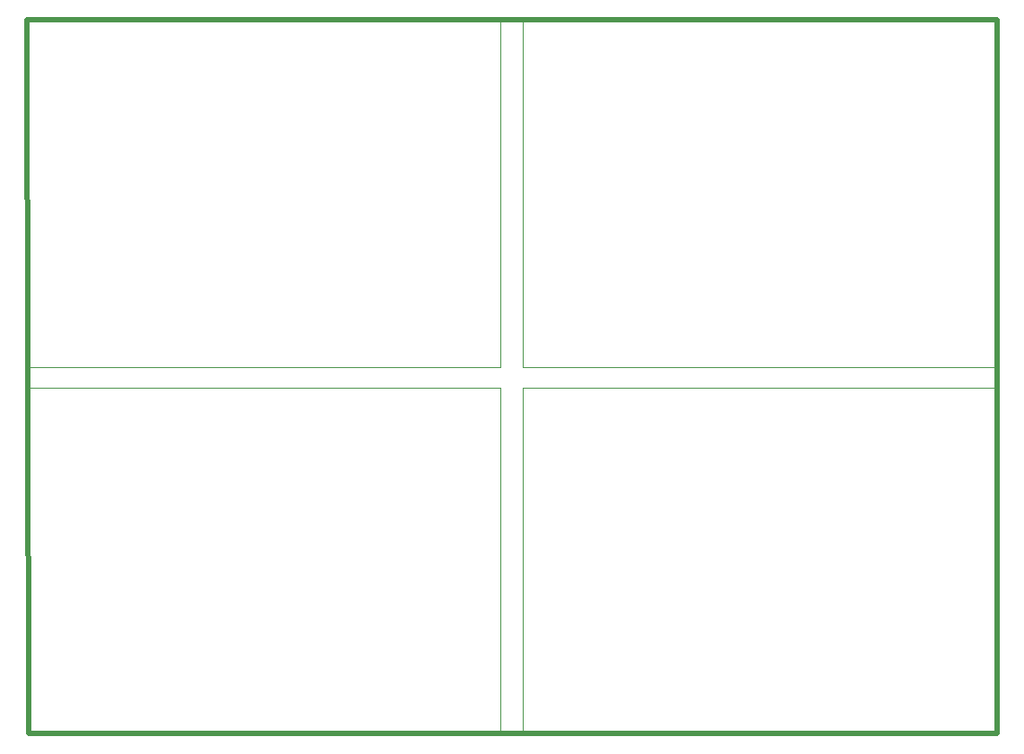
<source format=gko>
G04 Layer_Color=16711935*
%FSLAX25Y25*%
%MOIN*%
G70*
G01*
G75*
%ADD31C,0.01968*%
%ADD32C,0.00394*%
D31*
X220500Y187000D02*
X580500D01*
Y452500D01*
X220000D02*
X580500D01*
X220000D02*
X220500Y187000D01*
D32*
X220000Y186500D02*
Y315500D01*
X396000D01*
Y186500D02*
Y315500D01*
X220000Y186500D02*
X396000D01*
X404374D02*
Y315500D01*
X580374D01*
Y186500D02*
Y315500D01*
X404374Y186500D02*
X580374D01*
X220000Y323374D02*
Y452374D01*
X396000D01*
Y323374D02*
Y452374D01*
X220000Y323374D02*
X396000D01*
X404374D02*
Y452374D01*
X580374D01*
Y323374D02*
Y452374D01*
X404374Y323374D02*
X580374D01*
M02*

</source>
